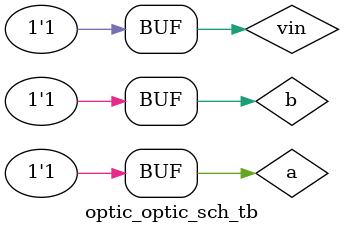
<source format=v>

`timescale 1ns / 1ps

module optic_optic_sch_tb();

// Inputs
   reg a;
   reg b;
   reg vin;

// Output
   wire d;
   wire vout;

// Bidirs

// Instantiate the UUT
   optic UUT (
		.a(a), 
		.b(b), 
		.vin(vin), 
		.d(d), 
		.vout(vout)
   );
// Initialize Inputs
   initial begin
	a = 0;
	b = 0;
	vin = 0;
	#10
	a = 0;
	b = 0;
	vin = 1;
	#10
	a = 0;
	b = 1;
	vin = 0;
	#10
	a = 0;
	b = 1;
	vin = 1;
	#10
	a = 1;
	b = 0;
	vin = 0;
	#10
	a = 1;
	b = 0;
	vin = 1;
	#10
	a = 1;
	b = 1;
	vin = 0;
	#10
	a = 1;
	b = 1;
	vin = 1;
	end
endmodule

</source>
